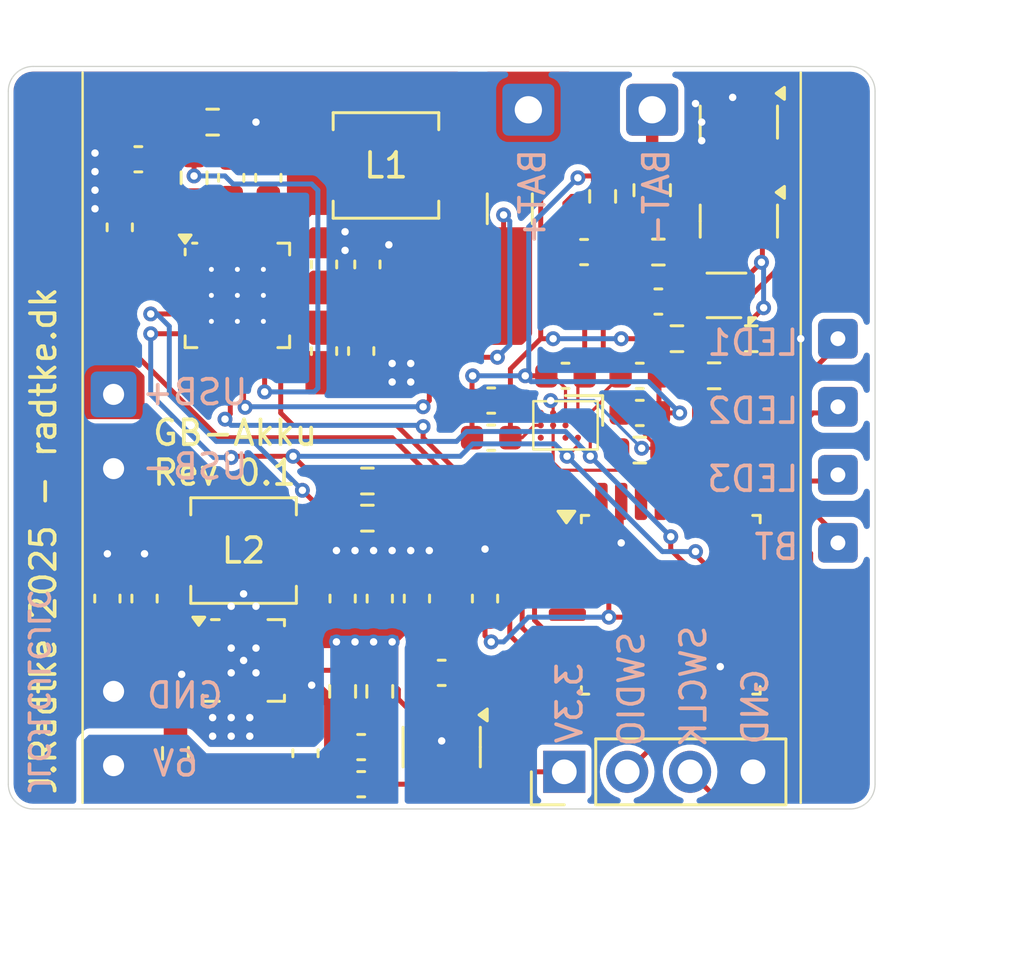
<source format=kicad_pcb>
(kicad_pcb (version 20240108) (generator "pcbnew") (generator_version "8.0")
  (layers (0 "F.Cu" signal) (31 "B.Cu" signal) (34 "B.Paste" user) (35 "F.Paste" user) (36 "B.SilkS" user "B.Silkscreen") (37 "F.SilkS" user "F.Silkscreen") (38 "B.Mask" user) (39 "F.Mask" user) (44 "Edge.Cuts" user))
  (net 0 "")
  (net 1 "BAT")
  (net 2 "GND1")
  (net 3 "+6V")
  (net 4 "/Charger/VBUS")
  (net 5 "GND")
  (net 6 "/Charger/VPMID")
  (net 7 "/Charger/VSYS")
  (net 8 "/Charger/SCL")
  (net 9 "/Charger/~{CHARGE_EN}")
  (net 10 "/Charger/SDA")
  (net 11 "/Charger/POWER")
  (net 12 "/Charger/POWER_SEL")
  (net 13 "/battery_protection/DSG")
  (net 14 "Net-(BAT1-Pin_1)")
  (net 15 "/battery_protection/Cout")
  (net 16 "/battery_protection/Dout")
  (net 17 "+3.3V")
  (net 20 "/Controller/BUTTON")
  (net 21 "/Controller/LED1")
  (net 23 "/Controller/LED2")
  (net 28 "/Controller/LED3")
  (net 33 "Net-(C5-Pad1)")
  (net 34 "Net-(U1-BTST)")
  (net 35 "Net-(U1-REGN)")
  (net 36 "Net-(U2-VCC)")
  (net 37 "Net-(U2-SRN)")
  (net 38 "Net-(U2-SRP)")
  (net 39 "Net-(Q2-S)")
  (net 40 "Net-(U3-BAT)")
  (net 41 "Net-(U4-VAUX)")
  (net 42 "Net-(U4-FB)")
  (net 43 "Net-(U4-L2)")
  (net 44 "Net-(U4-L1)")
  (net 45 "Net-(Q1-D)")
  (net 46 "Net-(U1-TS)")
  (net 47 "Net-(U2-TS)")
  (net 48 "Net-(U3-V-)")
  (net 49 "Net-(U4-PG)")
  (net 56 "Net-(J5-Pin_3)")
  (net 57 "Net-(J5-Pin_2)")
  (footprint "radtke:DSBGA-15_1.95x2.6mm_P0.5mm_special" (layer "F.Cu") (at 134 73.75 -90)
    (property "Reference" "U2" (hide yes))
    (property "Value" "BQ27546")
  )
  (footprint "Connector_Wire:SolderWire-0.5sqmm_1x01_D0.9mm_OD2.1mm" (layer "F.Cu") (at 132.5 61)
    (property "Reference" "BAT1" (hide yes))
    (property "Value" "+")
  )
  (footprint "Resistor_SMD:R_0603_1608Metric" (layer "F.Cu") (at 119 63.75 -90)
    (property "Reference" "R2" (hide yes))
    (property "Value" "10k")
  )
  (footprint "Package_DFN_QFN:WQFN-24-1EP_4x4mm_P0.5mm_EP2.6x2.6mm_ThermalVias" (layer "F.Cu") (at 120.75 68.5)
    (property "Reference" "U1" (hide yes))
    (property "Value" "BQ25619")
  )
  (footprint "Resistor_SMD:R_0603_1608Metric" (layer "F.Cu") (at 118.25 87 90)
    (property "Reference" "R11" (hide yes))
    (property "Value" "1M")
  )
  (footprint "Capacitor_SMD:C_0603_1608Metric" (layer "F.Cu") (at 115.5 80.75 90)
    (property "Reference" "C19" (hide yes))
    (property "Value" "10uF")
  )
  (footprint "Capacitor_SMD:C_0603_1608Metric" (layer "F.Cu") (at 125.75 88.25 180)
    (property "Reference" "C23" (hide yes))
    (property "Value" "1uF")
  )
  (footprint "Resistor_SMD:R_0603_1608Metric" (layer "F.Cu") (at 140 71.75)
    (property "Reference" "R6" (hide yes))
    (property "Value" "100R")
  )
  (footprint "Capacitor_SMD:C_0603_1608Metric" (layer "F.Cu") (at 125.75 86.75 180)
    (property "Reference" "C22" (hide yes))
    (property "Value" "10pF")
  )
  (footprint "Connector_Wire:SolderWire-0.25sqmm_1x01_D0.65mm_OD1.7mm" (layer "F.Cu") (at 115.75 72.5)
    (property "Reference" "VBUS1" (hide yes))
    (property "Value" "+")
  )
  (footprint "Capacitor_SMD:C_0603_1608Metric" (layer "F.Cu") (at 125 80.75 90)
    (property "Reference" "C16" (hide yes))
    (property "Value" "22uF")
  )
  (footprint "Connector_Wire:SolderWire-0.1sqmm_1x01_D0.4mm_OD1mm" (layer "F.Cu") (at 145 73 180)
    (property "Reference" "J3" (hide yes))
    (property "Value" "Conn_01x01_Socket")
  )
  (footprint "Resistor_SMD:R_0603_1608Metric" (layer "F.Cu") (at 137.75 66.75 180)
    (property "Reference" "R4" (hide yes))
    (property "Value" "100R")
  )
  (footprint "Capacitor_SMD:C_0603_1608Metric" (layer "F.Cu") (at 116.75 63 180)
    (property "Reference" "C2" (hide yes))
    (property "Value" "10uF")
  )
  (footprint "Capacitor_SMD:C_0603_1608Metric" (layer "F.Cu") (at 134.75 66.75)
    (property "Reference" "C13" (hide yes))
    (property "Value" "100nF")
  )
  (footprint "Resistor_SMD:R_0603_1608Metric" (layer "F.Cu") (at 126.5 84.5 -90)
    (property "Reference" "R10" (hide yes))
    (property "Value" "348k")
  )
  (footprint "Resistor_SMD:R_0603_1608Metric" (layer "F.Cu") (at 126 76 180)
    (property "Reference" "R13" (hide yes))
    (property "Value" "4,7k")
  )
  (footprint "Package_SON:Texas_S-PWSON-N10_ThermalVias" (layer "F.Cu") (at 121.001 83.25)
    (property "Reference" "U4" (hide yes))
    (property "Value" "TPS63060")
  )
  (footprint "Connector_PinHeader_2.54mm:PinHeader_1x04_P2.54mm_Vertical" (layer "F.Cu") (at 133.95 87.75 90)
    (property "Reference" "J5" (hide yes))
    (property "Value" "Conn_01x04_Socket")
  )
  (footprint "Capacitor_SMD:C_0603_1608Metric" (layer "F.Cu") (at 126.5 80.75 90)
    (property "Reference" "C17" (hide yes))
    (property "Value" "22uF")
  )
  (footprint "Connector_Wire:SolderWire-0.25sqmm_1x01_D0.65mm_OD1.7mm" (layer "F.Cu") (at 115.75 87.5)
    (property "Reference" "VBUS2" (hide yes))
    (property "Value" "+")
  )
  (footprint "Resistor_SMD:R_0603_1608Metric" (layer "F.Cu") (at 137 74.75)
    (property "Reference" "R3" (hide yes))
    (property "Value" "10k")
  )
  (footprint "Connector_Wire:SolderWire-0.25sqmm_1x01_D0.65mm_OD1.7mm" (layer "F.Cu") (at 115.75 84.5)
    (property "Reference" "GND2" (hide yes))
    (property "Value" "+")
  )
  (footprint "Package_TO_SOT_SMD:SOT-23" (layer "F.Cu") (at 141 65.5 -90)
    (property "Reference" "Q2" (hide yes))
    (property "Value" "PMV15ENEAR")
  )
  (footprint "Package_SON:WSON-6_1.5x1.5mm_P0.5mm" (layer "F.Cu") (at 140.5 68.5 180)
    (property "Reference" "U3" (hide yes))
    (property "Value" "BQ29737")
  )
  (footprint "Capacitor_SMD:C_0603_1608Metric" (layer "F.Cu") (at 116 65.75 90)
    (property "Reference" "C1" (hide yes))
    (property "Value" "1uF")
  )
  (footprint "Resistor_SMD:R_0603_1608Metric" (layer "F.Cu") (at 138.5 70.25)
    (property "Reference" "R7" (hide yes))
    (property "Value" "330R")
  )
  (footprint "Fuse:Fuse_1206_3216Metric" (layer "F.Cu") (at 131.75 65 90)
    (property "Reference" "F1" (hide yes))
    (property "Value" "Fuse")
  )
  (footprint "Capacitor_SMD:C_0603_1608Metric" (layer "F.Cu") (at 120.5 63.75 90)
    (property "Reference" "C8" (hide yes))
    (property "Value" "4.7uF")
  )
  (footprint "Capacitor_SMD:C_0603_1608Metric" (layer "F.Cu") (at 134 71.75)
    (property "Reference" "C12" (hide yes))
    (property "Value" "100nF")
  )
  (footprint "Capacitor_SMD:C_0603_1608Metric" (layer "F.Cu") (at 131 72.75 180)
    (property "Reference" "C9" (hide yes))
    (property "Value" "100nF")
  )
  (footprint "Capacitor_SMD:C_0603_1608Metric" (layer "F.Cu") (at 130.75 80.75 90)
    (property "Reference" "C25" (hide yes))
    (property "Value" "100nF")
  )
  (footprint "Inductor_SMD:L_Vishay_IHLP-1616" (layer "F.Cu") (at 126.75 63.25)
    (property "Reference" "L1")
    (property "Value" "2.2uH")
  )
  (footprint "Capacitor_SMD:C_0603_1608Metric" (layer "F.Cu") (at 123.5 87 -90)
    (property "Reference" "C21" (hide yes))
    (property "Value" "100nF")
  )
  (footprint "Capacitor_SMD:C_0603_1608Metric" (layer "F.Cu") (at 137 71.75)
    (property "Reference" "C14" (hide yes))
    (property "Value" "100nF")
  )
  (footprint "Resistor_SMD:R_0603_1608Metric" (layer "F.Cu") (at 141.5 70.25)
    (property "Reference" "R8" (hide yes))
    (property "Value" "2.2k")
  )
  (footprint "Capacitor_SMD:C_0603_1608Metric" (layer "F.Cu") (at 129 83.75 180)
    (property "Reference" "C24" (hide yes))
    (property "Value" "0,47uF")
  )
  (footprint "Capacitor_SMD:C_0603_1608Metric" (layer "F.Cu") (at 122 63.75 -90)
    (property "Reference" "C5" (hide yes))
    (property "Value" "47nF")
  )
  (footprint "Capacitor_SMD:C_0603_1608Metric" (layer "F.Cu") (at 126 67.25 90)
    (property "Reference" "C4" (hide yes))
    (property "Value" "10uF")
  )
  (footprint "Capacitor_SMD:C_0603_1608Metric" (layer "F.Cu") (at 117 80.75 90)
    (property "Reference" "C20" (hide yes))
    (property "Value" "10uF")
  )
  (footprint "Connector_Wire:SolderWire-0.1sqmm_1x01_D0.4mm_OD1mm" (layer "F.Cu") (at 145 75.75 180)
    (property "Reference" "J1" (hide yes))
    (property "Value" "Conn_01x01_Socket")
  )
  (footprint "Connector_Wire:SolderWire-0.1sqmm_1x01_D0.4mm_OD1mm" (layer "F.Cu") (at 145 78.5 180)
    (property "Reference" "J2" (hide yes))
    (property "Value" "Conn_01x01_Socket")
  )
  (footprint "Capacitor_SMD:C_0603_1608Metric" (layer "F.Cu") (at 124.25 67.25 90)
    (property "Reference" "C3" (hide yes))
    (property "Value" "10uF")
  )
  (footprint "Resistor_SMD:R_0603_1608Metric" (layer "F.Cu") (at 135.5 64.5 -90)
    (property "Reference" "R5" (hide yes))
    (property "Value" "100R")
  )
  (footprint "Capacitor_SMD:C_0603_1608Metric" (layer "F.Cu") (at 128 80.75 90)
    (property "Reference" "C18" (hide yes))
    (property "Value" "22uF")
  )
  (footprint "Capacitor_SMD:C_0603_1608Metric" (layer "F.Cu") (at 125.75 70.75 -90)
    (property "Reference" "C6" (hide yes))
    (property "Value" "10uF")
  )
  (footprint "Capacitor_SMD:C_0603_1608Metric" (layer "F.Cu") (at 131 74.25 180)
    (property "Reference" "C10" (hide yes))
    (property "Value" "100nF")
  )
  (footprint "Package_TO_SOT_SMD:SOT-23-3" (layer "F.Cu") (at 129 86.75 -90)
    (property "Reference" "U5" (hide yes))
    (property "Value" "78L03")
  )
  (footprint "Package_TO_SOT_SMD:SOT-23" (layer "F.Cu") (at 141 61.5 -90)
    (property "Reference" "Q1" (hide yes))
    (property "Value" "PMV15ENEAR")
  )
  (footprint "Resistor_SMD:R_0603_1608Metric" (layer "F.Cu") (at 125 84.5 -90)
    (property "Reference" "R12" (hide yes))
    (property "Value" "31,6k")
  )
  (footprint "Inductor_SMD:L_Vishay_IHLP-1616" (layer "F.Cu") (at 121 78.81 180)
    (property "Reference" "L2")
    (property "Value" "1.5uH")
  )
  (footprint "Capacitor_SMD:C_0603_1608Metric" (layer "F.Cu") (at 137 73.25)
    (property "Reference" "C11" (hide yes))
    (property "Value" "1uF")
  )
  (footprint "Resistor_SMD:R_0603_1608Metric" (layer "F.Cu") (at 126 77.5 180)
    (property "Reference" "R14" (hide yes))
    (property "Value" "4,7k")
  )
  (footprint "Capacitor_SMD:C_0603_1608Metric" (layer "F.Cu") (at 137.75 68.75 180)
    (property "Reference" "C15" (hide yes))
    (property "Value" "100nF")
  )
  (footprint "Connector_Wire:SolderWire-0.25sqmm_1x01_D0.65mm_OD1.7mm" (layer "F.Cu") (at 115.75 75.5)
    (property "Reference" "GND1" (hide yes))
    (property "Value" "+")
  )
  (footprint "Capacitor_SMD:C_0603_1608Metric" (layer "F.Cu") (at 124.25 70.75 -90)
    (property "Reference" "C7" (hide yes))
    (property "Value" "10uF")
  )
  (footprint "Connector_Wire:SolderWire-0.5sqmm_1x01_D0.9mm_OD2.1mm" (layer "F.Cu") (at 137.5 61)
    (property "Reference" "BAT2" (hide yes))
    (property "Value" "-")
  )
  (footprint "Resistor_SMD:R_0805_2012Metric" (layer "F.Cu") (at 137.5 64.25 90)
    (property "Reference" "R9" (hide yes))
    (property "Value" "10mR")
  )
  (footprint "Connector_Wire:SolderWire-0.1sqmm_1x01_D0.4mm_OD1mm" (layer "F.Cu") (at 145 70.25 180)
    (property "Reference" "J4" (hide yes))
    (property "Value" "Conn_01x01_Socket")
  )
  (footprint "Package_QFP:LQFP-32_7x7mm_P0.8mm" (layer "F.Cu") (at 138.25 81)
    (property "Reference" "U6" (hide yes))
    (property "Value" "STM32L031K6Tx")
  )
  (footprint "Resistor_SMD:R_0603_1608Metric" (layer "F.Cu") (at 119.75 61.5)
    (property "Reference" "R1" (hide yes))
    (property "Value" "10k")
  )
  (gr_line (start 143.5 89) (end 143.5 59.5) (stroke (width 0.1)) (layer "F.SilkS"))
  (gr_line (start 114.5 59.5) (end 114.5 89) (stroke (width 0.1)) (layer "F.SilkS"))
  (gr_line (start 145.5 59.25) (end 112.5 59.25) (stroke (width 0.05)) (layer "Edge.Cuts"))
  (gr_arc (start 112.5 89.25) (mid 111.792893 88.957107) (end 111.5 88.25) (stroke (width 0.05)) (layer "Edge.Cuts"))
  (gr_line (start 111.5 60.25) (end 111.5 88.25) (stroke (width 0.05)) (layer "Edge.Cuts"))
  (gr_arc (start 146.5 88.25) (mid 146.207107 88.957107) (end 145.5 89.25) (stroke (width 0.05)) (layer "Edge.Cuts"))
  (gr_line (start 146.5 88.25) (end 146.5 60.25) (stroke (width 0.05)) (layer "Edge.Cuts"))
  (gr_arc (start 145.5 59.25) (mid 146.207107 59.542893) (end 146.5 60.25) (stroke (width 0.05)) (layer "Edge.Cuts"))
  (gr_line (start 112.5 89.25) (end 145.5 89.25) (stroke (width 0.05)) (layer "Edge.Cuts"))
  (gr_arc (start 111.5 60.25) (mid 111.792893 59.542893) (end 112.5 59.25) (stroke (width 0.05)) (layer "Edge.Cuts"))
  (gr_text "JLCJLCJLCJLC" (at 112.25 84.5 270) (layer "B.SilkS") (effects (font (size 0.8 0.8)) (justify bottom mirror)))
  (gr_text "BAT-" (at 138.25 62.5 90) (layer "B.SilkS") (effects (font (size 1 1)) (justify left bottom mirror)))
  (gr_text "GND" (at 120.25 85.25 0) (layer "B.SilkS") (effects (font (size 1 1)) (justify left bottom mirror)))
  (gr_text "LED1" (at 143.5 71 0) (layer "B.SilkS") (effects (font (size 1 1)) (justify left bottom mirror)))
  (gr_text "SWCLK" (at 139.75 81.75 90) (layer "B.SilkS") (effects (font (size 1 1)) (justify left bottom mirror)))
  (gr_text "USB-" (at 121.25 76 0) (layer "B.SilkS") (effects (font (size 1 1)) (justify left bottom mirror)))
  (gr_text "BAT+" (at 133.25 62.5 90) (layer "B.SilkS") (effects (font (size 1 1)) (justify left bottom mirror)))
  (gr_text "SWDIO" (at 137.25 82 90) (layer "B.SilkS") (effects (font (size 1 1)) (justify left bottom mirror)))
  (gr_text "6V" (at 119.25 88 0) (layer "B.SilkS") (effects (font (size 1 1)) (justify left bottom mirror)))
  (gr_text "3.3V" (at 134.75 83.25 90) (layer "B.SilkS") (effects (font (size 1 1)) (justify left bottom mirror)))
  (gr_text "GND" (at 142.25 83.5 90) (layer "B.SilkS") (effects (font (size 1 1)) (justify left bottom mirror)))
  (gr_text "LED3" (at 143.5 76.5 0) (layer "B.SilkS") (effects (font (size 1 1)) (justify left bottom mirror)))
  (gr_text "LED2" (at 143.5 73.75 0) (layer "B.SilkS") (effects (font (size 1 1)) (justify left bottom mirror)))
  (gr_text "BT" (at 143.5 79.25 0) (layer "B.SilkS") (effects (font (size 1 1)) (justify left bottom mirror)))
  (gr_text "USB+" (at 121.25 73 0) (layer "B.SilkS") (effects (font (size 1 1)) (justify left bottom mirror)))
  (gr_text "GB-Akku\nRev 0.1" (at 117.25 76.25 0) (layer "F.SilkS") (effects (font (size 1 1)) (justify left bottom)))
  (gr_text "J.Radtke 2025 - radtke.dk" (at 113.5 88.75 90) (layer "F.SilkS") (effects (font (size 1 1)) (justify left bottom)))
  (segment (start 128.25 73) (end 128.5 72.75) (width 0.2) (layer "F.Cu") (net 1))
  (segment (start 121 70.4375) (end 121 71.25) (width 0.2) (layer "F.Cu") (net 1))
  (segment (start 131.5 66.15) (end 131.75 66.4) (width 0.2) (layer "F.Cu") (net 1))
  (segment (start 129 71) (end 131.25 71) (width 0.2) (layer "F.Cu") (net 1))
  (segment (start 128.5 72.75) (end 128.5 71.5) (width 0.2) (layer "F.Cu") (net 1))
  (segment (start 124.45 69.75) (end 124.5 69.8) (width 0.2) (layer "F.Cu") (net 1))
  (segment (start 131.5 65.25) (end 131.5 66.15) (width 0.2) (layer "F.Cu") (net 1))
  (segment (start 121 72.960244) (end 121.062968 73.023212) (width 0.2) (layer "F.Cu") (net 1))
  (segment (start 128.5 71.5) (end 129 71) (width 0.2) (layer "F.Cu") (net 1))
  (segment (start 121 71.25) (end 121 72.960244) (width 0.2) (layer "F.Cu") (net 1))
  (via (at 128.25 73) (size 0.6) (drill 0.3) (layers "F.Cu" "B.Cu") (net 1))
  (via (at 131.25 71) (size 0.6) (drill 0.3) (layers "F.Cu" "B.Cu") (net 1))
  (via (at 121.062968 73.023212) (size 0.6) (drill 0.3) (layers "F.Cu" "B.Cu") (net 1))
  (via (at 131.5 65.25) (size 0.6) (drill 0.3) (layers "F.Cu" "B.Cu") (net 1))
  (segment (start 131.75 65.5) (end 131.5 65.25) (width 0.2) (layer "B.Cu") (net 1))
  (segment (start 121.062968 73.023212) (end 121.08618 73) (width 0.2) (layer "B.Cu") (net 1))
  (segment (start 131.25 71) (end 131.75 70.5) (width 0.2) (layer "B.Cu") (net 1))
  (segment (start 121.08618 73) (end 128.25 73) (width 0.2) (layer "B.Cu") (net 1))
  (segment (start 131.75 70.5) (end 131.75 65.5) (width 0.2) (layer "B.Cu") (net 1))
  (segment (start 133.225 71.75) (end 133.25 71.75) (width 0.2) (layer "F.Cu") (net 2))
  (segment (start 132.375 71.75) (end 133.225 71.75) (width 0.2) (layer "F.Cu") (net 2))
  (segment (start 134 73.75) (end 134 73.25) (width 0.127) (layer "F.Cu") (net 2))
  (segment (start 135.5 63.675) (end 134.575 63.675) (width 0.2) (layer "F.Cu") (net 2))
  (segment (start 134 72.25) (end 133.5 71.75) (width 0.127) (layer "F.Cu") (net 2))
  (segment (start 137.5 63.3375) (end 137.5 61) (width 0.5) (layer "F.Cu") (net 2))
  (segment (start 134 73.25) (end 134 72.25) (width 0.127) (layer "F.Cu") (net 2))
  (segment (start 133.5 71.75) (end 133.225 71.75) (width 0.127) (layer "F.Cu") (net 2))
  (segment (start 134.575 63.675) (end 134.5 63.75) (width 0.2) (layer "F.Cu") (net 2))
  (segment (start 137.775 73.25) (end 138.6115 73.25) (width 0.2) (layer "F.Cu") (net 2))
  (segment (start 130.225 72.75) (end 130.225 71.775) (width 0.2) (layer "F.Cu") (net 2))
  (segment (start 137.775 71.75) (end 137.775 73.25) (width 0.2) (layer "F.Cu") (net 2))
  (segment (start 130.5 72.475) (end 130.225 72.75) (width 0.2) (layer "F.Cu") (net 2))
  (segment (start 130.225 74.25) (end 130.225 72.75) (width 0.2) (layer "F.Cu") (net 2))
  (segment (start 135.75 63.425) (end 137.4125 63.425) (width 0.2) (layer "F.Cu") (net 2))
  (segment (start 130.225 71.775) (end 130.25 71.75) (width 0.2) (layer "F.Cu") (net 2))
  (segment (start 137.4125 63.425) (end 137.5 63.3375) (width 0.2) (layer "F.Cu") (net 2))
  (via (at 138.6115 73.25) (size 0.6) (drill 0.3) (layers "F.Cu" "B.Cu") (net 2))
  (via (at 130.25 71.75) (size 0.6) (drill 0.3) (layers "F.Cu" "B.Cu") (net 2))
  (via (at 132.375 71.75) (size 0.6) (drill 0.3) (layers "F.Cu" "B.Cu") (net 2))
  (via (at 134.5 63.75) (size 0.6) (drill 0.3) (layers "F.Cu" "B.Cu") (net 2))
  (segment (start 132.375 71.75) (end 132.51577 71.60923) (width 0.2) (layer "B.Cu") (net 2))
  (segment (start 132.51577 65.73423) (end 134.5 63.75) (width 0.2) (layer "B.Cu") (net 2))
  (segment (start 137.34573 71.98423) (end 138.6115 73.25) (width 0.2) (layer "B.Cu") (net 2))
  (segment (start 132.51577 71.60923) (end 132.51577 65.73423) (width 0.2) (layer "B.Cu") (net 2))
  (segment (start 130.25 71.75) (end 132.375 71.75) (width 0.2) (layer "B.Cu") (net 2))
  (segment (start 132.375 71.75) (end 132.60923 71.98423) (width 0.2) (layer "B.Cu") (net 2))
  (segment (start 132.60923 71.98423) (end 137.34573 71.98423) (width 0.2) (layer "B.Cu") (net 2))
  (segment (start 126.5 83.675) (end 127.25 84.425) (width 0.2) (layer "F.Cu") (net 3))
  (segment (start 127.75 88.25) (end 128.05 87.95) (width 0.2) (layer "F.Cu") (net 3))
  (segment (start 126.525 88.25) (end 127.75 88.25) (width 0.2) (layer "F.Cu") (net 3))
  (segment (start 117.5 87.5) (end 115.75 87.5) (width 0.2) (layer "F.Cu") (net 3))
  (segment (start 127.25 84.8125) (end 128.05 85.6125) (width 0.2) (layer "F.Cu") (net 3))
  (segment (start 127.25 84.425) (end 127.25 84.8125) (width 0.2) (layer "F.Cu") (net 3))
  (segment (start 128.05 87.95) (end 128.05 85.6125) (width 0.2) (layer "F.Cu") (net 3))
  (segment (start 117.825 87.825) (end 117.5 87.5) (width 0.2) (layer "F.Cu") (net 3))
  (segment (start 118.25 87.825) (end 117.825 87.825) (width 0.2) (layer "F.Cu") (net 3))
  (via (at 125.5 82.5) (size 0.6) (drill 0.3) (layers "F.Cu" "B.Cu") (net 3))
  (via (at 126.25 82.5) (size 0.6) (drill 0.3) (layers "F.Cu" "B.Cu") (net 3))
  (via (at 127 82.5) (size 0.6) (drill 0.3) (layers "F.Cu" "B.Cu") (net 3))
  (via (at 124.75 82.5) (size 0.6) (drill 0.3) (layers "F.Cu" "B.Cu") (net 3))
  (segment (start 119.526 83.75) (end 118.56 83.75) (width 0.2) (layer "F.Cu") (net 5))
  (segment (start 140.05 60.95) (end 139.5 61.5) (width 0.5) (layer "F.Cu") (net 5))
  (segment (start 142.575 70.25) (end 143.5 70.25) (width 0.2) (layer "F.Cu") (net 5))
  (segment (start 115.5 79.975) (end 115.5 78.94) (width 0.2) (layer "F.Cu") (net 5))
  (segment (start 140.05 60.5625) (end 140.05 61.7) (width 0.5) (layer "F.Cu") (net 5))
  (segment (start 140.05 61.7) (end 139.5 62.25) (width 0.5) (layer "F.Cu") (net 5))
  (segment (start 117 78.94) (end 117 79.8) (width 0.2) (layer "F.Cu") (net 5))
  (segment (start 129 87.8875) (end 129 86.5) (width 0.2) (layer "F.Cu") (net 5))
  (segment (start 136.25 76.825) (end 136.25 78.5) (width 0.2) (layer "F.Cu") (net 5))
  (segment (start 118.56 83.75) (end 118.5 83.81) (width 0.2) (layer "F.Cu") (net 5))
  (segment (start 140.05 60.5625) (end 139.4375 60.5625) (width 0.5) (layer "F.Cu") (net 5))
  (segment (start 140.05 60.5625) (end 140.6875 60.5625) (width 0.5) (layer "F.Cu") (net 5))
  (segment (start 135.45 77.7) (end 136.25 78.5) (width 0.2) (layer "F.Cu") (net 5))
  (segment (start 120.5 62.975) (end 120.5 61.575) (width 0.2) (layer "F.Cu") (net 5))
  (segment (start 141.05 85.175) (end 141.05 84.3) (width 0.2) (layer "F.Cu") (net 5))
  (segment (start 135.45 76.825) (end 135.45 77.7) (width 0.2) (layer "F.Cu") (net 5))
  (segment (start 129 84.525) (end 128.225 83.75) (width 0.2) (layer "F.Cu") (net 5))
  (segment (start 139.4375 60.5625) (end 139.25 60.75) (width 0.5) (layer "F.Cu") (net 5))
  (segment (start 140.05 60.5625) (end 140.05 60.95) (width 0.5) (layer "F.Cu") (net 5))
  (segment (start 141.05 84.3) (end 140.25 83.5) (width 0.2) (layer "F.Cu") (net 5))
  (segment (start 129 86.5) (end 129 84.525) (width 0.2) (layer "F.Cu") (net 5))
  (segment (start 130.75 79.975) (end 130.75 78.75) (width 0.2) (layer "F.Cu") (net 5))
  (segment (start 121.5 61.5) (end 120.575 61.5) (width 0.2) (layer "F.Cu") (net 5))
  (segment (start 140.6875 60.5625) (end 140.75 60.5) (width 0.5) (layer "F.Cu") (net 5))
  (segment (start 120.5 61.575) (end 120.575 61.5) (width 0.2) (layer "F.Cu") (net 5))
  (segment (start 121 80.612) (end 120.948 80.612) (width 0.2) (layer "F.Cu") (net 5))
  (via (at 128.5 78.81) (size 0.6) (drill 0.3) (layers "F.Cu" "B.Cu") (net 5))
  (via (at 125.5 78.81) (size 0.6) (drill 0.3) (layers "F.Cu" "B.Cu") (net 5))
  (via (at 139.25 60.75) (size 0.6) (drill 0.3) (layers "F.Cu" "B.Cu") (net 5))
  (via (at 121.25 86.31) (size 0.6) (drill 0.3) (layers "F.Cu" "B.Cu") (net 5))
  (via (at 143.5 70.25) (size 0.6) (drill 0.3) (layers "F.Cu" "B.Cu") (net 5))
  (via (at 126.25 78.81) (size 0.6) (drill 0.3) (layers "F.Cu" "B.Cu") (net 5))
  (via (at 121.25 85.56) (size 0.6) (drill 0.3) (layers "F.Cu" "B.Cu") (net 5))
  (via (at 117 78.94) (size 0.6) (drill 0.3) (layers "F.Cu" "B.Cu") (net 5))
  (via (at 140.25 83.5) (size 0.6) (drill 0.3) (layers "F.Cu" "B.Cu") (net 5))
  (via (at 127 78.81) (size 0.6) (drill 0.3) (layers "F.Cu" "B.Cu") (net 5))
  (via (at 139.5 61.5) (size 0.6) (drill 0.3) (layers "F.Cu" "B.Cu") (net 5))
  (via (at 121 80.56) (size 0.6) (drill 0.3) (layers "F.Cu" "B.Cu") (net 5))
  (via (at 115.5 78.94) (size 0.6) (drill 0.3) (layers "F.Cu" "B.Cu") (net 5))
  (via (at 121.5 81.06) (size 0.6) (drill 0.3) (layers "F.Cu" "B.Cu") (net 5))
  (via (at 140.75 60.5) (size 0.6) (drill 0.3) (layers "F.Cu" "B.Cu") (net 5))
  (via (at 127.75 78.81) (size 0.6) (drill 0.3) (layers "F.Cu" "B.Cu") (net 5))
  (via (at 121.5 61.5) (size 0.6) (drill 0.3) (layers "F.Cu" "B.Cu") (net 5))
  (via (at 115 64.25) (size 0.6) (drill 0.3) (layers "F.Cu" "B.Cu") (net 5))
  (via (at 130.75 78.75) (size 0.6) (drill 0.3) (layers "F.Cu" "B.Cu") (net 5))
  (via (at 120.5 86.31) (size 0.6) (drill 0.3) (layers "F.Cu" "B.Cu") (net 5))
  (via (at 127.75 71.25) (size 0.6) (drill 0.3) (layers "F.Cu" "B.Cu") (net 5))
  (via (at 119.75 86.31) (size 0.6) (drill 0.3) (layers "F.Cu" "B.Cu") (net 5))
  (via (at 127 71.25) (size 0.6) (drill 0.3) (layers "F.Cu" "B.Cu") (net 5))
  (via (at 115 63.5) (size 0.6) (drill 0.3) (layers "F.Cu" "B.Cu") (net 5))
  (via (at 120.5 85.56) (size 0.6) (drill 0.3) (layers "F.Cu" "B.Cu") (net 5))
  (via (at 115 65) (size 0.6) (drill 0.3) (layers "F.Cu" "B.Cu") (net 5))
  (via (at 118.5 83.81) (size 0.6) (drill 0.3) (layers "F.Cu" "B.Cu") (net 5))
  (via (at 119.75 85.56) (size 0.6) (drill 0.3) (layers "F.Cu" "B.Cu") (net 5))
  (via (at 127 72) (size 0.6) (drill 0.3) (layers "F.Cu" "B.Cu") (net 5))
  (via (at 139.5 62.25) (size 0.6) (drill 0.3) (layers "F.Cu" "B.Cu") (net 5))
  (via (at 115 62.75) (size 0.6) (drill 0.3) (layers "F.Cu" "B.Cu") (net 5))
  (via (at 129 86.5) (size 0.6) (drill 0.3) (layers "F.Cu" "B.Cu") (net 5))
  (via (at 123.75 84.25) (size 0.6) (drill 0.3) (layers "F.Cu" "B.Cu") (net 5))
  (via (at 125.097866 65.929426) (size 0.6) (drill 0.3) (layers "F.Cu" "B.Cu") (net 5))
  (via (at 124.75 78.81) (size 0.6) (drill 0.3) (layers "F.Cu" "B.Cu") (net 5))
  (via (at 125.097866 66.682246) (size 0.6) (drill 0.3) (layers "F.Cu" "B.Cu") (net 5))
  (via (at 120.5 81.06) (size 0.6) (drill 0.3) (layers "F.Cu" "B.Cu") (net 5))
  (via (at 126.866993 66.4564) (size 0.6) (drill 0.3) (layers "F.Cu" "B.Cu") (net 5))
  (via (at 136.25 78.5) (size 0.6) (drill 0.3) (layers "F.Cu" "B.Cu") (net 5))
  (via (at 127.75 72) (size 0.6) (drill 0.3) (layers "F.Cu" "B.Cu") (net 5))
  (segment (start 117.5 65.25) (end 117.5 63.025) (width 0.2) (layer "F.Cu") (net 6))
  (segment (start 119.75 65.5) (end 117.75 65.5) (width 0.2) (layer "F.Cu") (net 6))
  (segment (start 120 65.75) (end 119.75 65.5) (width 0.2) (layer "F.Cu") (net 6))
  (segment (start 120 66.5625) (end 120 65.75) (width 0.2) (layer "F.Cu") (net 6))
  (segment (start 117.75 65.5) (end 117.5 65.25) (width 0.2) (layer "F.Cu") (net 6))
  (segment (start 117.9 83.21) (end 117.75 83.06) (width 0.2) (layer "F.Cu") (net 7))
  (segment (start 118.94 83.25) (end 118.9 83.21) (width 0.2) (layer "F.Cu") (net 7))
  (segment (start 118.94 83.25) (end 119.526 83.25) (width 0.2) (layer "F.Cu") (net 7))
  (segment (start 118.9 83.21) (end 117.9 83.21) (width 0.2) (layer "F.Cu") (net 7))
  (segment (start 117.75 83.06) (end 117.75 82.81) (width 0.2) (layer "F.Cu") (net 7))
  (segment (start 118.8125 69.25) (end 117.25 69.25) (width 0.2) (layer "F.Cu") (net 8))
  (segment (start 135 74.25) (end 135 75) (width 0.127) (layer "F.Cu") (net 8))
  (segment (start 138.25 78.774999) (end 141.675001 82.2) (width 0.2) (layer "F.Cu") (net 8))
  (segment (start 141.675001 82.2) (end 142.425 82.2) (width 0.2) (layer "F.Cu") (net 8))
  (segment (start 124.5 77.5) (end 125.175 77.5) (width 0.2) (layer "F.Cu") (net 8))
  (segment (start 138.25 78.25) (end 138.25 78.774999) (width 0.2) (layer "F.Cu") (net 8))
  (segment (start 123.375 76.375) (end 124.5 77.5) (width 0.2) (layer "F.Cu") (net 8))
  (via (at 135 75) (size 0.6) (drill 0.3) (layers "F.Cu" "B.Cu") (net 8))
  (via (at 123.375 76.375) (size 0.6) (drill 0.3) (layers "F.Cu" "B.Cu") (net 8))
  (via (at 117.25 69.25) (size 0.6) (drill 0.3) (layers "F.Cu" "B.Cu") (net 8))
  (via (at 138.25 78.25) (size 0.6) (drill 0.3) (layers "F.Cu" "B.Cu") (net 8))
  (segment (start 121.25 74.400003) (end 129.599997 74.400003) (width 0.2) (layer "B.Cu") (net 8))
  (segment (start 119.900003 74.400003) (end 121.25 74.400003) (width 0.2) (layer "B.Cu") (net 8))
  (segment (start 117.5 69.25) (end 118 69.75) (width 0.2) (layer "B.Cu") (net 8))
  (segment (start 134 74) (end 135 75) (width 0.2) (layer "B.Cu") (net 8))
  (segment (start 138.25 78.25) (end 135 75) (width 0.2) (layer "B.Cu") (net 8))
  (segment (start 118 69.75) (end 118 72.5) (width 0.2) (layer "B.Cu") (net 8))
  (segment (start 123.375 76.375) (end 121.400003 74.400003) (width 0.2) (layer "B.Cu") (net 8))
  (segment (start 129.599997 74.400003) (end 130 74) (width 0.2) (layer "B.Cu") (net 8))
  (segment (start 121.400003 74.400003) (end 121.25 74.400003) (width 0.2) (layer "B.Cu") (net 8))
  (segment (start 130 74) (end 134 74) (width 0.2) (layer "B.Cu") (net 8))
  (segment (start 118 72.5) (end 119.900003 74.400003) (width 0.2) (layer "B.Cu") (net 8))
  (segment (start 117.25 69.25) (end 117.5 69.25) (width 0.2) (layer "B.Cu") (net 8))
  (segment (start 134.075 82.2) (end 133.325001 82.2) (width 0.2) (layer "F.Cu") (net 9))
  (segment (start 133.325001 82.2) (end 132.75 81.624999) (width 0.2) (layer "F.Cu") (net 9))
  (segment (start 132.75 81.624999) (end 132.75 75.75) (width 0.2) (layer "F.Cu") (net 9))
  (segment (start 128.25 74.25) (end 128.25 73.800003) (width 0.2) (layer "F.Cu") (net 9))
  (segment (start 128.5 74.5) (end 128.25 74.25) (width 0.2) (layer "F.Cu") (net 9))
  (segment (start 120.5 70.4375) (end 120.462968 70.474532) (width 0.2) (layer "F.Cu") (net 9))
  (segment (start 120.462968 70.474532) (end 120.462968 73.287032) (width 0.2) (layer "F.Cu") (net 9))
  (segment (start 129.5 75.5) (end 128.5 74.5) (width 0.2) (layer "F.Cu") (net 9))
  (segment (start 120.462968 73.287032) (end 120.25 73.5) (width 0.2) (layer "F.Cu") (net 9))
  (segment (start 132.75 75.75) (end 132.5 75.5) (width 0.2) (layer "F.Cu") (net 9))
  (segment (start 132.5 75.5) (end 129.5 75.5) (width 0.2) (layer "F.Cu") (net 9))
  (via (at 128.25 73.800003) (size 0.6) (drill 0.3) (layers "F.Cu" "B.Cu") (net 9))
  (via (at 120.25 73.5) (size 0.6) (drill 0.3) (layers "F.Cu" "B.Cu") (net 9))
  (segment (start 120.5 73.75) (end 128.199997 73.75) (width 0.2) (layer "B.Cu") (net 9))
  (segment (start 128.199997 73.75) (end 128.25 73.800003) (width 0.2) (layer "B.Cu") (net 9))
  (segment (start 120.25 73.5) (end 120.5 73.75) (width 0.2) (layer "B.Cu") (net 9))
  (segment (start 120.5 75.049266) (end 120.549263 75.000003) (width 0.2) (layer "F.Cu") (net 10))
  (segment (start 134.5 74.5635) (end 134.0635 75) (width 0.127) (layer "F.Cu") (net 10))
  (segment (start 134.5 74.25) (end 134.5 74.5635) (width 0.127) (layer "F.Cu") (net 10))
  (segment (start 120.549263 75.000003) (end 123 75.000003) (width 0.2) (layer "F.Cu") (net 10))
  (segment (start 139.25 78.974999) (end 141.675001 81.4) (width 0.2) (layer "F.Cu") (net 10))
  (segment (start 118.8125 69.75) (end 118.512497 70.050003) (width 0.2) (layer "F.Cu") (net 10))
  (segment (start 141.675001 81.4) (end 142.425 81.4) (width 0.2) (layer "F.Cu") (net 10))
  (segment (start 123.999997 76) (end 123 75.000003) (width 0.2) (layer "F.Cu") (net 10))
  (segment (start 118.512497 70.050003) (end 117.25 70.050003) (width 0.2) (layer "F.Cu") (net 10))
  (segment (start 139.25 78.85) (end 139.25 78.974999) (width 0.2) (layer "F.Cu") (net 10))
  (segment (start 125.175 76) (end 123.999997 76) (width 0.2) (layer "F.Cu") (net 10))
  (via (at 123 75.000003) (size 0.6) (drill 0.3) (layers "F.Cu" "B.Cu") (net 10))
  (via (at 117.25 70.050003) (size 0.6) (drill 0.3) (layers "F.Cu" "B.Cu") (net 10))
  (via (at 120.5 75.049266) (size 0.6) (drill 0.3) (layers "F.Cu" "B.Cu") (net 10))
  (via (at 139.25 78.85) (size 0.6) (drill 0.3) (layers "F.Cu" "B.Cu") (net 10))
  (via (at 134.0635 75) (size 0.6) (drill 0.3) (layers "F.Cu" "B.Cu") (net 10))
  (segment (start 117.25 72.5) (end 117.25 70.050003) (width 0.2) (layer "B.Cu") (net 10))
  (segment (start 119.799266 75.049266) (end 117.25 72.5) (width 0.2) (layer "B.Cu") (net 10))
  (segment (start 137.9135 78.85) (end 134.0635 75) (width 0.2) (layer "B.Cu") (net 10))
  (segment (start 123 74.800003) (end 123 75.000003) (width 0.2) (layer "B.Cu") (net 10))
  (segment (start 130.25 74.5) (end 129.749997 75.000003) (width 0.2) (layer "B.Cu") (net 10))
  (segment (start 133.5635 74.5) (end 130.25 74.5) (width 0.2) (layer "B.Cu") (net 10))
  (segment (start 129.749997 75.000003) (end 123 75.000003) (width 0.2) (layer "B.Cu") (net 10))
  (segment (start 134.0635 75) (end 133.5635 74.5) (width 0.2) (layer "B.Cu") (net 10))
  (segment (start 120.5 75.049266) (end 119.799266 75.049266) (width 0.2) (layer "B.Cu") (net 10))
  (segment (start 139.25 78.85) (end 137.9135 78.85) (width 0.2) (layer "B.Cu") (net 10))
  (segment (start 123 73.75) (end 122.5 73.25) (width 0.2) (layer "F.Cu") (net 11))
  (segment (start 133.325001 83) (end 132.25 81.924999) (width 0.2) (layer "F.Cu") (net 11))
  (segment (start 129.434314 76) (end 127.967157 74.532843) (width 0.2) (layer "F.Cu") (net 11))
  (segment (start 134.075 83) (end 133.325001 83) (width 0.2) (layer "F.Cu") (net 11))
  (segment (start 132.25 81.924999) (end 132.25 76.25) (width 0.2) (layer "F.Cu") (net 11))
  (segment (start 122.5 73.25) (end 122.5 70.9375) (width 0.2) (layer "F.Cu") (net 11))
  (segment (start 127.184314 73.75) (end 123 73.75) (width 0.2) (layer "F.Cu") (net 11))
  (segment (start 132 76) (end 129.434314 76) (width 0.2) (layer "F.Cu") (net 11))
  (segment (start 127.967157 74.532843) (end 127.717157 74.282843) (width 0.2) (layer "F.Cu") (net 11))
  (segment (start 122.5 70.9375) (end 122 70.4375) (width 0.2) (layer "F.Cu") (net 11))
  (segment (start 132.25 76.25) (end 132 76) (width 0.2) (layer "F.Cu") (net 11))
  (segment (start 127.717157 74.282843) (end 127.184314 73.75) (width 0.2) (layer "F.Cu") (net 11))
  (segment (start 116.5 70.75) (end 116.5 68.25) (width 0.2) (layer "F.Cu") (net 12))
  (segment (start 120 74.25) (end 116.5 70.75) (width 0.2) (layer "F.Cu") (net 12))
  (segment (start 117 67.75) (end 118.8125 67.75) (width 0.2) (layer "F.Cu") (net 12))
  (segment (start 133.325001 83.8) (end 131.75 82.224999) (width 0.2) (layer "F.Cu") (net 12))
  (segment (start 131.75 76.75) (end 131.5 76.5) (width 0.2) (layer "F.Cu") (net 12))
  (segment (start 127 74.25) (end 120 74.25) (width 0.2) (layer "F.Cu") (net 12))
  (segment (start 131.5 76.5) (end 129.25 76.5) (width 0.2) (layer "F.Cu") (net 12))
  (segment (start 131.75 82.224999) (end 131.75 76.75) (width 0.2) (layer "F.Cu") (net 12))
  (segment (start 134.075 83.8) (end 133.325001 83.8) (width 0.2) (layer "F.Cu") (net 12))
  (segment (start 129.25 76.5) (end 127 74.25) (width 0.2) (layer "F.Cu") (net 12))
  (segment (start 116.5 68.25) (end 117 67.75) (width 0.2) (layer "F.Cu") (net 12))
  (segment (start 133.5 75.25) (end 133.8135 75.5635) (width 0.127) (layer "F.Cu") (net 13))
  (segment (start 133.5 73.75) (end 133.5 75.25) (width 0.127) (layer "F.Cu") (net 13))
  (segment (start 138.1865 75.5635) (end 139.175 74.575) (width 0.127) (layer "F.Cu") (net 13))
  (segment (start 133.8135 75.5635) (end 138.1865 75.5635) (width 0.127) (layer "F.Cu") (net 13))
  (segment (start 139.175 74.575) (end 139.175 71.75) (width 0.127) (layer "F.Cu") (net 13))
  (segment (start 132.25 74.25) (end 131.775 74.25) (width 0.127) (layer "F.Cu") (net 14))
  (segment (start 131.775 71.475) (end 131.775 72.75) (width 0.2) (layer "F.Cu") (net 14))
  (segment (start 132.75 73.75) (end 132.25 74.25) (width 0.127) (layer "F.Cu") (net 14))
  (segment (start 132.5 72.75) (end 131.775 72.75) (width 0.127) (layer "F.Cu") (net 14))
  (segment (start 133 73.75) (end 132.75 73.75) (width 0.127) (layer "F.Cu") (net 14))
  (segment (start 131.775 72.75) (end 131.775 74.25) (width 0.2) (layer "F.Cu") (net 14))
  (segment (start 132.85 63.6) (end 133 63.75) (width 0.2) (layer "F.Cu") (net 14))
  (segment (start 137.675 70.25) (end 136.25 70.25) (width 0.2) (layer "F.Cu") (net 14))
  (segment (start 133 63.75) (end 133 70.25) (width 0.2) (layer "F.Cu") (net 14))
  (segment (start 133.5 70.25) (end 133 70.25) (width 0.2) (layer "F.Cu") (net 14))
  (segment (start 133 73.25) (end 132.5 72.75) (width 0.127) (layer "F.Cu") (net 14))
  (segment (start 133 70.25) (end 131.775 71.475) (width 0.2) (layer "F.Cu") (net 14))
  (segment (start 131.75 63.6) (end 132.85 63.6) (width 0.2) (layer "F.Cu") (net 14))
  (via (at 133.5 70.25) (size 0.6) (drill 0.3) (layers "F.Cu" "B.Cu") (net 14))
  (via (at 136.25 70.25) (size 0.6) (drill 0.3) (layers "F.Cu" "B.Cu") (net 14))
  (segment (start 136.25 70.25) (end 133.5 70.25) (width 0.2) (layer "B.Cu") (net 14))
  (segment (start 141.075 68.5) (end 141.5 68.5) (width 0.2) (layer "F.Cu") (net 15))
  (segment (start 141.5 68.5) (end 142.75 67.25) (width 0.2) (layer "F.Cu") (net 15))
  (segment (start 142.75 61.3625) (end 141.95 60.5625) (width 0.2) (layer "F.Cu") (net 15))
  (segment (start 142.75 67.25) (end 142.75 61.3625) (width 0.2) (layer "F.Cu") (net 15))
  (segment (start 141.25 71.75) (end 141.5 71.5) (width 0.2) (layer "F.Cu") (net 16))
  (segment (start 141.075 68) (end 141.9125 67.1625) (width 0.2) (layer "F.Cu") (net 16))
  (segment (start 141.5 69.5) (end 142 69) (width 0.2) (layer "F.Cu") (net 16))
  (segment (start 140.825 71.75) (end 141.25 71.75) (width 0.2) (layer "F.Cu") (net 16))
  (segment (start 141.95 67.125) (end 141.95 64.5625) (width 0.2) (layer "F.Cu") (net 16))
  (segment (start 141.5 71.5) (end 141.5 69.5) (width 0.2) (layer "F.Cu") (net 16))
  (segment (start 141.9125 67.1625) (end 141.95 67.125) (width 0.2) (layer "F.Cu") (net 16))
  (via (at 141.9125 67.1625) (size 0.6) (drill 0.3) (layers "F.Cu" "B.Cu") (net 16))
  (via (at 142 69) (size 0.6) (drill 0.3) (layers "F.Cu" "B.Cu") (net 16))
  (segment (start 142 67.25) (end 141.9125 67.1625) (width 0.2) (layer "B.Cu") (net 16))
  (segment (start 142 69) (end 142 67.25) (width 0.2) (layer "B.Cu") (net 16))
  (segment (start 127.5 77.5) (end 128.038529 77.5) (width 0.2) (layer "F.Cu") (net 17))
  (segment (start 135.75 79) (end 135.75 81.5) (width 0.2) (layer "F.Cu") (net 17))
  (segment (start 126.825 76) (end 127.5 76) (width 0.2) (layer "F.Cu") (net 17))
  (segment (start 130.75 82.25) (end 131 82.5) (width 0.2) (layer "F.Cu") (net 17))
  (segment (start 142.425 83.8) (end 143.05 83.8) (width 0.2) (layer "F.Cu") (net 17))
  (segment (start 135.75 81.5) (end 139.25 81.5) (width 0.2) (layer "F.Cu") (net 17))
  (segment (start 135.75 81.5) (end 134.175 81.5) (width 0.2) (layer "F.Cu") (net 17))
  (segment (start 134.175 81.5) (end 134.075 81.4) (width 0.2) (layer "F.Cu") (net 17))
  (segment (start 130.25 87.75) (end 133.95 87.75) (width 0.2) (layer "F.Cu") (net 17))
  (segment (start 129.775 83.75) (end 129.775 82.725) (width 0.2) (layer "F.Cu") (net 17))
  (segment (start 139.25 81.5) (end 141.55 83.8) (width 0.2) (layer "F.Cu") (net 17))
  (segment (start 134.075 78.2) (end 134.95 78.2) (width 0.2) (layer "F.Cu") (net 17))
  (segment (start 127.5 77.5) (end 126.825 77.5) (width 0.2) (layer "F.Cu") (net 17))
  (segment (start 141.55 83.8) (end 142.425 83.8) (width 0.2) (layer "F.Cu") (net 17))
  (segment (start 130.75 81.525) (end 130.75 82.25) (width 0.2) (layer "F.Cu") (net 17))
  (segment (start 134.95 78.2) (end 135.75 79) (width 0.2) (layer "F.Cu") (net 17))
  (segment (start 129.95 83.925) (end 129.775 83.75) (width 0.2) (layer "F.Cu") (net 17))
  (segment (start 130.75 81.525) (end 130.75 81.75) (width 0.2) (layer "F.Cu") (net 17))
  (segment (start 127.5 76) (end 127.5 77.5) (width 0.2) (layer "F.Cu") (net 17))
  (segment (start 129.95 85.6125) (end 129.95 83.925) (width 0.2) (layer "F.Cu") (net 17))
  (segment (start 129.95 87.45) (end 130.25 87.75) (width 0.2) (layer "F.Cu") (net 17))
  (segment (start 128.038529 77.5) (end 129.775 79.236471) (width 0.2) (layer "F.Cu") (net 17))
  (segment (start 130.75 81.75) (end 129.775 82.725) (width 0.2) (layer "F.Cu") (net 17))
  (segment (start 129.95 85.6125) (end 129.95 87.45) (width 0.2) (layer "F.Cu") (net 17))
  (segment (start 129.775 79.236471) (end 129.775 82.725) (width 0.2) (layer "F.Cu") (net 17))
  (via (at 135.75 81.5) (size 0.6) (drill 0.3) (layers "F.Cu" "B.Cu") (net 17))
  (via (at 131 82.5) (size 0.6) (drill 0.3) (layers "F.Cu" "B.Cu") (net 17))
  (segment (start 132.5 81.5) (end 135.75 81.5) (width 0.2) (layer "B.Cu") (net 17))
  (segment (start 131.5 82.5) (end 132.5 81.5) (width 0.2) (layer "B.Cu") (net 17))
  (segment (start 131 82.5) (end 131.5 82.5) (width 0.2) (layer "B.Cu") (net 17))
  (segment (start 145 78.25) (end 142.5 75.75) (width 0.2) (layer "F.Cu") (net 20))
  (segment (start 145 78.75) (end 145 78.25) (width 0.2) (layer "F.Cu") (net 20))
  (segment (start 141.75 75.75) (end 141.05 76.45) (width 0.2) (layer "F.Cu") (net 20))
  (segment (start 142.5 75.75) (end 141.75 75.75) (width 0.2) (layer "F.Cu") (net 20))
  (segment (start 141.05 76.45) (end 141.05 76.825) (width 0.2) (layer "F.Cu") (net 20))
  (segment (start 143.5 72) (end 143.5 73) (width 0.2) (layer "F.Cu") (net 21))
  (segment (start 145 70.5) (end 143.5 72) (width 0.2) (layer "F.Cu") (net 21))
  (segment (start 142.4 74.1) (end 140.367157 74.1) (width 0.2) (layer "F.Cu") (net 21))
  (segment (start 138.65 75.817157) (end 138.65 76.825) (width 0.2) (layer "F.Cu") (net 21))
  (segment (start 140.367157 74.1) (end 138.65 75.817157) (width 0.2) (layer "F.Cu") (net 21))
  (segment (start 143.5 73) (end 142.4 74.1) (width 0.2) (layer "F.Cu") (net 21))
  (segment (start 139.45 75.8) (end 139.45 76.825) (width 0.2) (layer "F.Cu") (net 23))
  (segment (start 145 73.25) (end 144 73.25) (width 0.2) (layer "F.Cu") (net 23))
  (segment (start 140.75 74.5) (end 139.45 75.8) (width 0.2) (layer "F.Cu") (net 23))
  (segment (start 144 73.25) (end 142.75 74.5) (width 0.2) (layer "F.Cu") (net 23))
  (segment (start 142.75 74.5) (end 140.75 74.5) (width 0.2) (layer "F.Cu") (net 23))
  (segment (start 143.5 76) (end 142.4 74.9) (width 0.2) (layer "F.Cu") (net 28))
  (segment (start 142.4 74.9) (end 141.35 74.9) (width 0.2) (layer "F.Cu") (net 28))
  (segment (start 140.25 76) (end 140.25 76.825) (width 0.2) (layer "F.Cu") (net 28))
  (segment (start 141.35 74.9) (end 140.25 76) (width 0.2) (layer "F.Cu") (net 28))
  (segment (start 145 76) (end 143.5 76) (width 0.2) (layer "F.Cu") (net 28))
  (segment (start 121 66.5625) (end 121 65.5) (width 0.2) (layer "F.Cu") (net 34))
  (segment (start 121.975 64.525) (end 122 64.525) (width 0.2) (layer "F.Cu") (net 34))
  (segment (start 121 65.5) (end 121.975 64.525) (width 0.2) (layer "F.Cu") (net 34))
  (segment (start 119 64.575) (end 120.45 64.575) (width 0.2) (layer "F.Cu") (net 35))
  (segment (start 120.5 66.5625) (end 120.5 64.525) (width 0.2) (layer "F.Cu") (net 35))
  (segment (start 120.45 64.575) (end 120.5 64.525) (width 0.2) (layer "F.Cu") (net 35))
  (segment (start 137.750423 74.675423) (end 137.825 74.75) (width 0.127) (layer "F.Cu") (net 36))
  (segment (start 137.075 74.675423) (end 137.750423 74.675423) (width 0.127) (layer "F.Cu") (net 36))
  (segment (start 136.225 73.25) (end 136.325 73.25) (width 0.127) (layer "F.Cu") (net 36))
  (segment (start 133.5 72.85) (end 133.5 73.25) (width 0.127) (layer "F.Cu") (net 36))
  (segment (start 133.4 72.75) (end 133.5 72.85) (width 0.127) (layer "F.Cu") (net 36))
  (segment (start 136.325 73.25) (end 137.825 74.75) (width 0.127) (layer "F.Cu") (net 36))
  (via (at 137.075 74.675423) (size 0.6) (drill 0.3) (layers "F.Cu" "B.Cu") (net 36))
  (via (at 133.4 72.75) (size 0.6) (drill 0.3) (layers "F.Cu" "B.Cu") (net 36))
  (segment (start 135.149577 72.75) (end 137.075 74.675423) (width 0.127) (layer "B.Cu") (net 36))
  (segment (start 133.4 72.75) (end 135.149577 72.75) (width 0.127) (layer "B.Cu") (net 36))
  (segment (start 136 64.5) (end 134.25 64.5) (width 0.2) (layer "F.Cu") (net 37))
  (segment (start 133.975 66.75) (end 133.975 67.225) (width 0.2) (layer "F.Cu") (net 37))
  (segment (start 133.975 67.225) (end 134.775 68.025) (width 0.2) (layer "F.Cu") (net 37))
  (segment (start 136.275 64.775) (end 136 64.5) (width 0.2) (layer "F.Cu") (net 37))
  (segment (start 134.5 72.025) (end 134.775 71.75) (width 0.127) (layer "F.Cu") (net 37))
  (segment (start 136.275 66.1) (end 136.275 64.775) (width 0.2) (layer "F.Cu") (net 37))
  (segment (start 136.925 66.75) (end 136.925 66.85) (width 0.2) (layer "F.Cu") (net 37))
  (segment (start 134.5 73.25) (end 134.5 72.025) (width 0.127) (layer "F.Cu") (net 37))
  (segment (start 134.775 68.025) (end 134.775 71.75) (width 0.2) (layer "F.Cu") (net 37))
  (segment (start 136.925 66.75) (end 136.275 66.1) (width 0.2) (layer "F.Cu") (net 37))
  (segment (start 133.975 64.775) (end 133.975 66.75) (width 0.2) (layer "F.Cu") (net 37))
  (segment (start 134.25 64.5) (end 133.975 64.775) (width 0.2) (layer "F.Cu") (net 37))
  (segment (start 135 73.25) (end 135.5 72.75) (width 0.127) (layer "F.Cu") (net 38))
  (segment (start 135.525 66.75) (end 135.525 71.05) (width 0.2) (layer "F.Cu") (net 38))
  (segment (start 135.5 65.325) (end 135.5 66.725) (width 0.2) (layer "F.Cu") (net 38))
  (segment (start 135.525 71.05) (end 136.225 71.75) (width 0.2) (layer "F.Cu") (net 38))
  (segment (start 135.5 72.75) (end 135.5 72.475) (width 0.127) (layer "F.Cu") (net 38))
  (segment (start 135.5 66.725) (end 135.525 66.75) (width 0.2) (layer "F.Cu") (net 38))
  (segment (start 135.5 66.725) (end 135.275 66.725) (width 0.2) (layer "F.Cu") (net 38))
  (segment (start 135.5 72.475) (end 136.225 71.75) (width 0.127) (layer "F.Cu") (net 38))
  (segment (start 137.5 65.1625) (end 139.45 65.1625) (width 1) (layer "F.Cu") (net 39))
  (segment (start 138.575 66.75) (end 138.575 66.2375) (width 0.2) (layer "F.Cu") (net 39))
  (segment (start 139.45 65.1625) (end 140.05 64.5625) (width 1) (layer "F.Cu") (net 39))
  (segment (start 138.575 67.15) (end 137.75 67.975) (width 0.2) (layer "F.Cu") (net 39))
  (segment (start 138.575 66.75) (end 138.575 67.15) (width 0.2) (layer "F.Cu") (net 39))
  (segment (start 137.4875 68.2375) (end 137.75 67.975) (width 0.2) (layer "F.Cu") (net 39))
  (segment (start 137.865 67.86) (end 137.4875 68.2375) (width 0.2) (layer "F.Cu") (net 39))
  (segment (start 138.575 66.2375) (end 137.5 65.1625) (width 0.2) (layer "F.Cu") (net 39))
  (segment (start 136.975 68.75) (end 137.4875 68.2375) (width 0.2) (layer "F.Cu") (net 39))
  (segment (start 139.925 68) (end 139.785 67.86) (width 0.2) (layer "F.Cu") (net 39))
  (segment (start 139.785 67.86) (end 137.865 67.86) (width 0.2) (layer "F.Cu") (net 39))
  (segment (start 138.525 68.75) (end 139.25 68.75) (width 0.2) (layer "F.Cu") (net 40))
  (segment (start 138.75 68.75) (end 138.525 68.75) (width 0.2) (layer "F.Cu") (net 40))
  (segment (start 139.325 69.325) (end 138.75 68.75) (width 0.2) (layer "F.Cu") (net 40))
  (segment (start 139.5 68.5) (end 139.925 68.5) (width 0.2) (layer "F.Cu") (net 40))
  (segment (start 139.25 68.75) (end 139.5 68.5) (width 0.2) (layer "F.Cu") (net 40))
  (segment (start 139.325 70.25) (end 139.325 69.325) (width 0.2) (layer "F.Cu") (net 40))
  (segment (start 122.476 84.25) (end 122.476 84.976) (width 0.2) (layer "F.Cu") (net 41))
  (segment (start 123.5 86) (end 123.5 86.225) (width 0.2) (layer "F.Cu") (net 41))
  (segment (start 122.476 84.976) (end 123.5 86) (width 0.2) (layer "F.Cu") (net 41))
  (segment (start 126.5 85.325) (end 126.5 86.725) (width 0.2) (layer "F.Cu") (net 42))
  (segment (start 125 83.675) (end 125 83.75) (width 0.2) (layer "F.Cu") (net 42))
  (segment (start 126.5 85.25) (end 126.5 85.325) (width 0.2) (layer "F.Cu") (net 42))
  (segment (start 125 83.75) (end 126.5 85.25) (width 0.2) (layer "F.Cu") (net 42))
  (segment (start 122.476 83.25) (end 123.69 83.25) (width 0.2) (layer "F.Cu") (net 42))
  (segment (start 124.0875 83.6475) (end 125 83.6475) (width 0.2) (layer "F.Cu") (net 42))
  (segment (start 126.5 86.725) (end 126.525 86.75) (width 0.2) (layer "F.Cu") (net 42))
  (segment (start 125.1625 83.81) (end 125 83.6475) (width 0.2) (layer "F.Cu") (net 42))
  (segment (start 123.69 83.25) (end 124.0875 83.6475) (width 0.2) (layer "F.Cu") (net 42))
  (segment (start 141 62.4375) (end 141 66.4375) (width 0.5) (layer "F.Cu") (net 45))
  (segment (start 119 61.575) (end 118.925 61.5) (width 0.2) (layer "F.Cu") (net 46))
  (segment (start 121.85 72.4) (end 121.85 71.239386) (width 0.2) (layer "F.Cu") (net 46))
  (segment (start 119 62.925) (end 119 61.575) (width 0.2) (layer "F.Cu") (net 46))
  (segment (start 119 62.925) (end 119 63.675) (width 0.2) (layer "F.Cu") (net 46))
  (segment (start 121.5 70.889386) (end 121.5 70.4375) (width 0.2) (layer "F.Cu") (net 46))
  (segment (start 121.85 71.239386) (end 121.5 70.889386) (width 0.2) (layer "F.Cu") (net 46))
  (via (at 121.85 72.4) (size 0.6) (drill 0.3) (layers "F.Cu" "B.Cu") (net 46))
  (via (at 119 63.675) (size 0.6) (drill 0.3) (layers "F.Cu" "B.Cu") (net 46))
  (segment (start 124 72.25) (end 124 64.25) (width 0.2) (layer "B.Cu") (net 46))
  (segment (start 121.85 72.4) (end 123.85 72.4) (width 0.2) (layer "B.Cu") (net 46))
  (segment (start 120.575 64) (end 120.25 63.675) (width 0.2) (layer "B.Cu") (net 46))
  (segment (start 123.75 64) (end 120.575 64) (width 0.2) (layer "B.Cu") (net 46))
  (segment (start 120.25 63.675) (end 119 63.675) (width 0.2) (layer "B.Cu") (net 46))
  (segment (start 124 64.25) (end 123.75 64) (width 0.2) (layer "B.Cu") (net 46))
  (segment (start 123.85 72.4) (end 124 72.25) (width 0.2) (layer "B.Cu") (net 46))
  (segment (start 136.175 74.675) (end 136.175 74.75) (width 0.127) (layer "F.Cu") (net 47))
  (segment (start 135.25 73.75) (end 136.175 74.675) (width 0.127) (layer "F.Cu") (net 47))
  (segment (start 134.5 73.75) (end 135.25 73.75) (width 0.127) (layer "F.Cu") (net 47))
  (segment (start 139.925 69.25) (end 140.925 70.25) (width 0.2) (layer "F.Cu") (net 48))
  (segment (start 139.925 69) (end 139.925 69.25) (width 0.2) (layer "F.Cu") (net 48))
  (segment (start 119.526 84.25) (end 118.908529 84.25) (width 0.2) (layer "F.Cu") (net 49))
  (segment (start 118.25 84.908529) (end 118.25 86.175) (width 0.2) (layer "F.Cu") (net 49))
  (segment (start 118.908529 84.25) (end 118.25 84.908529) (width 0.2) (layer "F.Cu") (net 49))
  (segment (start 143.9 78.925001) (end 143.9 87.35) (width 0.2) (layer "F.Cu") (net 56))
  (segment (start 142.35 88.9) (end 140.18 88.9) (width 0.2) (layer "F.Cu") (net 56))
  (segment (start 143.9 87.35) (end 142.35 88.9) (width 0.2) (layer "F.Cu") (net 56))
  (segment (start 142.425 78.2) (end 143.174999 78.2) (width 0.2) (layer "F.Cu") (net 56))
  (segment (start 143.174999 78.2) (end 143.9 78.925001) (width 0.2) (layer "F.Cu") (net 56))
  (segment (start 140.18 88.9) (end 139.03 87.75) (width 0.2) (layer "F.Cu") (net 56))
  (segment (start 142.425 79) (end 143.174999 79) (width 0.2) (layer "F.Cu") (net 57))
  (segment (start 143.174999 79) (end 143.5 79.325001) (width 0.2) (layer "F.Cu") (net 57))
  (segment (start 142.5 86.5) (end 137.74 86.5) (width 0.2) (layer "F.Cu") (net 57))
  (segment (start 137.74 86.5) (end 136.49 87.75) (width 0.2) (layer "F.Cu") (net 57))
  (segment (start 143.5 85.5) (end 142.5 86.5) (width 0.2) (layer "F.Cu") (net 57))
  (segment (start 143.5 79.325001) (end 143.5 85.5) (width 0.2) (layer "F.Cu") (net 57))
  (zone (net 5) (net_name "GND") (layer "F.Cu") (priority 14) (connect_pads yes (clearance 0.1)) (min_thickness 0.1) (fill yes (thermal_gap 0.25) (thermal_bridge_width 0.25))
    (polygon (pts (xy 125.75 84.81) (xy 124.75 84.81) (xy 123.5 83.56) (xy 122 83.56) (xy 122 84.06) (xy 123.25 84.06) (xy 124.25 85.06) (xy 124.25 86.81) (xy 123.75 87.31) (xy 123 87.31) (xy 123 88.56) (xy 124.75 88.56) (xy 125.75 87.56)))
  )
  (zone (net 7) (net_name "/Charger/VSYS") (layer "F.Cu") (priority 1) (connect_pads yes (clearance 0.25)) (min_thickness 0.25) (fill yes (thermal_gap 0.25) (thermal_bridge_width 0.5))
    (polygon (pts (xy 129.75 61.5) (xy 129.75 69) (xy 122.25 69) (xy 122.25 68) (xy 123.25 68) (xy 123.75 67.5) (xy 127.5 67.5) (xy 127.5 61.5) (xy 126.75 60.75) (xy 115.5 60.75) (xy 114.25 62) (xy 114.25 81.06) (xy 117.25 81.06) (xy 118.75 82.56) (xy 120 82.56) (xy 120 83.06) (xy 115.25 83.06) (xy 112.592185 83.06) (xy 111.56 83.06) (xy 111.5 83) (xy 111.5 59.25) (xy 129.75 59.25)))
  )
  (zone (net 14) (net_name "Net-(BAT1-Pin_1)") (layer "F.Cu") (priority 16) (connect_pads yes (clearance 0.25)) (min_thickness 0.25) (fill yes (thermal_gap 0.5) (thermal_bridge_width 0.5))
    (polygon (pts (xy 130.75 59.25) (xy 134.25 59.25) (xy 134.25 62.25) (xy 132.75 63.75) (xy 132.75 64.25) (xy 130.75 64.25)))
  )
  (zone (net 1) (net_name "BAT") (layer "F.Cu") (priority 3) (connect_pads yes (clearance 0.25)) (min_thickness 0.25) (fill yes (thermal_gap 0.5) (thermal_bridge_width 0.5))
    (polygon (pts (xy 132.75 70) (xy 132.25 70.5) (xy 129.75 70.5) (xy 123.75 70.5) (xy 123.25 70) (xy 122.25 70) (xy 122.25 69.11623) (xy 129.75 69.11623) (xy 130.38377 69.11623) (xy 130.75 68.75) (xy 130.75 65.75) (xy 132.75 65.75)))
  )
  (zone (net 3) (net_name "+6V") (layer "F.Cu") (priority 10) (connect_pads yes (clearance 0.1)) (min_thickness 0.1) (fill yes (thermal_gap 0.25) (thermal_bridge_width 0.25))
    (polygon (pts (xy 122 82.5) (xy 123.5 82.5) (xy 124 82) (xy 124 81.25) (xy 124.25 81) (xy 128.75 81) (xy 128.75 82.25) (xy 127.5 82.25) (xy 127.25 82.5) (xy 127.25 84.25) (xy 126.25 84.25) (xy 125.75 83.75) (xy 125.75 82.75) (xy 124 82.75) (xy 123.75 83) (xy 122 83)))
  )
  (zone (net 5) (net_name "GND") (layer "F.Cu") (priority 12) (connect_pads yes (clearance 0.1)) (min_thickness 0.1) (fill yes (thermal_gap 0.25) (thermal_bridge_width 0.25))
    (polygon (pts (xy 124.5 80.56) (xy 128.75 80.56) (xy 128.75 78.56) (xy 124.5 78.56)))
  )
  (zone (net 33) (net_name "Net-(C5-Pad1)") (layer "F.Cu") (priority 5) (connect_pads yes (clearance 0.25)) (min_thickness 0.25) (fill yes (thermal_gap 0.25) (thermal_bridge_width 0.5))
    (polygon (pts (xy 121.25 67) (xy 121.25 66.25) (xy 122.75 64.8) (xy 122.75 63.5) (xy 121.5 63.5) (xy 121.5 62) (xy 122 61.5) (xy 125.5 61.5) (xy 125.75 61.75) (xy 125.75 65.25) (xy 123.75 65.25) (xy 122.25 66.75) (xy 122.25 67)))
  )
  (zone (net 43) (net_name "Net-(U4-L2)") (layer "F.Cu") (priority 8) (connect_pads yes (clearance 0.25)) (min_thickness 0.25) (fill yes (thermal_gap 0.5) (thermal_bridge_width 0.5))
    (polygon (pts (xy 121.75 77.56) (xy 121.75 80.31) (xy 122.25 80.81) (xy 122.25 82.31) (xy 123.25 82.31) (xy 123.25 80.81) (xy 124 80.06) (xy 124 77.56)))
  )
  (zone (net 5) (net_name "GND") (layer "F.Cu") (priority 15) (connect_pads yes (clearance 0.1)) (min_thickness 0.1) (fill yes (thermal_gap 0.25) (thermal_bridge_width 0.25))
    (polygon (pts (xy 121.75 84.31) (xy 120.25 84.31) (xy 120.25 84.81) (xy 119.5 85.56) (xy 119.5 86.56) (xy 121.5 86.56) (xy 121.75 86.31)))
  )
  (zone (net 5) (net_name "GND") (layer "F.Cu") (priority 7) (connect_pads yes (clearance 0.25)) (min_thickness 0.25) (fill yes (thermal_gap 0.5) (thermal_bridge_width 0.5))
    (polygon (pts (xy 116.75 62.25) (xy 114.5 62.25) (xy 114.5 65.5) (xy 116.75 65.5)))
  )
  (zone (net 5) (net_name "GND") (layer "F.Cu") (priority 11) (connect_pads yes (clearance 0.1)) (min_thickness 0.1) (fill yes (thermal_gap 0.25) (thermal_bridge_width 0.25))
    (polygon (pts (xy 120 81.81) (xy 121.75 81.81) (xy 121.75 80.56) (xy 121.25 80.06) (xy 120.5 80.06) (xy 120 80.56)))
  )
  (zone (net 5) (net_name "GND") (layer "F.Cu") (connect_pads yes (clearance 0.25)) (min_thickness 0.25) (fill yes (thermal_gap 0.5) (thermal_bridge_width 0.5))
    (polygon (pts (xy 119.75 67) (xy 119.5 67.25) (xy 119.5 69.75) (xy 122 69.75) (xy 122 68) (xy 123.25 68) (xy 123.583333 67) (xy 127 67) (xy 127 65.75) (xy 123.75 65.75) (xy 122.5 67)))
  )
  (zone (net 4) (net_name "/Charger/VBUS") (layer "F.Cu") (priority 6) (connect_pads yes (clearance 0.25)) (min_thickness 0.25) (fill yes (thermal_gap 0.5) (thermal_bridge_width 0.5))
    (polygon (pts (xy 119.75 67) (xy 119.25 67.5) (xy 116 67.5) (xy 116 70.5) (xy 117 71.5) (xy 117 73.5) (xy 114.5 73.5) (xy 114.5 67.5) (xy 114.5 66) (xy 117 66) (xy 119.75 66)))
  )
  (zone (net 5) (net_name "GND") (layer "F.Cu") (priority 4) (connect_pads yes (clearance 0.25)) (min_thickness 0.25) (fill yes (thermal_gap 0.5) (thermal_bridge_width 0.5))
    (polygon (pts (xy 123.5 70.75) (xy 128.25 70.75) (xy 128.25 72.5) (xy 123.5 72.5)))
  )
  (zone (net 44) (net_name "Net-(U4-L1)") (layer "F.Cu") (priority 9) (connect_pads yes (clearance 0.25)) (min_thickness 0.25) (fill yes (thermal_gap 0.5) (thermal_bridge_width 0.5))
    (polygon (pts (xy 120.25 77.56) (xy 120.25 80.31) (xy 119.75 80.81) (xy 119.75 82.31) (xy 118.75 82.31) (xy 118.75 80.81) (xy 118 80.06) (xy 118 77.56)))
  )
  (zone (net 5) (net_name "GND") (layer "B.Cu") (priority 2) (connect_pads yes (clearance 0.25)) (min_thickness 0.25) (fill yes (thermal_gap 0.5) (thermal_bridge_width 0.5))
    (polygon (pts (xy 146.75 59) (xy 146.75 89.5) (xy 111.163794 89.5) (xy 111.25 58.923599)))
  )
  (zone (net 3) (net_name "+6V") (layer "B.Cu") (priority 13) (connect_pads yes (clearance 0.1)) (min_thickness 0.1) (fill yes (thermal_gap 0.25) (thermal_bridge_width 0.25))
    (polygon (pts (xy 127.25 82.25) (xy 127.25 89.5) (xy 114.5 89.5) (xy 114.5 86.5) (xy 114.75 86.25) (xy 118.75 86.25) (xy 119.5 87) (xy 124 87) (xy 124.5 86.5) (xy 124.5 82.25)))
  )
)
</source>
